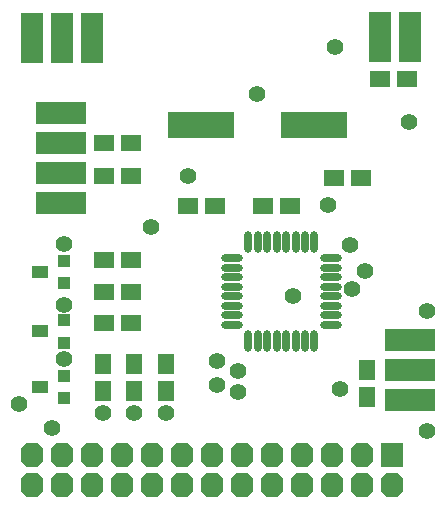
<source format=gts>
G04 Layer_Color=8388736*
%FSLAX44Y44*%
%MOMM*%
G71*
G01*
G75*
%ADD33R,1.7272X1.4732*%
%ADD34O,1.8532X0.6032*%
%ADD35O,0.6032X1.8532*%
%ADD36R,1.4732X1.1176*%
%ADD37R,1.1176X1.1176*%
%ADD38R,5.7032X2.2032*%
%ADD39R,1.4732X1.7272*%
%ADD40R,4.2032X1.9032*%
%ADD41R,1.9032X4.2032*%
G04:AMPARAMS|DCode=42|XSize=1.9032mm|YSize=2.0032mm|CornerRadius=0mm|HoleSize=0mm|Usage=FLASHONLY|Rotation=180.000|XOffset=0mm|YOffset=0mm|HoleType=Round|Shape=Octagon|*
%AMOCTAGOND42*
4,1,8,0.4758,-1.0016,-0.4758,-1.0016,-0.9516,-0.5258,-0.9516,0.5258,-0.4758,1.0016,0.4758,1.0016,0.9516,0.5258,0.9516,-0.5258,0.4758,-1.0016,0.0*
%
%ADD42OCTAGOND42*%

%ADD43R,1.9032X2.0032*%
%ADD44C,1.4032*%
D33*
X1488440Y1090930D02*
D03*
X1465580D02*
D03*
X1254760Y1036320D02*
D03*
X1231900D02*
D03*
X1254760Y1008380D02*
D03*
X1231900D02*
D03*
X1426210Y1007110D02*
D03*
X1449070D02*
D03*
X1325880Y982980D02*
D03*
X1303020D02*
D03*
X1366520D02*
D03*
X1389380D02*
D03*
X1231900Y883920D02*
D03*
X1254760D02*
D03*
X1231900Y910590D02*
D03*
X1254760D02*
D03*
X1231900Y937260D02*
D03*
X1254760D02*
D03*
D34*
X1423760Y938590D02*
D03*
Y930590D02*
D03*
Y922590D02*
D03*
Y914590D02*
D03*
Y906590D02*
D03*
Y898590D02*
D03*
Y890590D02*
D03*
Y882590D02*
D03*
X1339760D02*
D03*
Y890590D02*
D03*
Y898590D02*
D03*
Y906590D02*
D03*
Y914590D02*
D03*
Y922590D02*
D03*
Y930590D02*
D03*
Y938590D02*
D03*
D35*
X1409760Y868590D02*
D03*
X1401760D02*
D03*
X1393760D02*
D03*
X1385760D02*
D03*
X1377760D02*
D03*
X1369760D02*
D03*
X1361760D02*
D03*
X1353760D02*
D03*
Y952590D02*
D03*
X1361760D02*
D03*
X1369760D02*
D03*
X1377760D02*
D03*
X1385760D02*
D03*
X1393760D02*
D03*
X1401760D02*
D03*
X1409760D02*
D03*
D36*
X1177290Y830072D02*
D03*
Y877062D02*
D03*
Y927100D02*
D03*
D37*
X1197610Y839470D02*
D03*
Y820420D02*
D03*
Y886460D02*
D03*
Y867410D02*
D03*
Y936498D02*
D03*
Y917448D02*
D03*
D38*
X1408940Y1051560D02*
D03*
X1313940D02*
D03*
D39*
X1283970Y826770D02*
D03*
Y849630D02*
D03*
X1257300Y826770D02*
D03*
Y849630D02*
D03*
X1230630Y826770D02*
D03*
Y849630D02*
D03*
X1454150Y821690D02*
D03*
Y844550D02*
D03*
D40*
X1195070Y1061720D02*
D03*
Y1036320D02*
D03*
Y1010920D02*
D03*
Y985520D02*
D03*
X1490980Y869950D02*
D03*
Y844550D02*
D03*
Y819150D02*
D03*
D41*
X1170940Y1125220D02*
D03*
X1196340D02*
D03*
X1221740D02*
D03*
X1465580Y1126490D02*
D03*
X1490980D02*
D03*
D42*
X1170940Y746760D02*
D03*
Y772160D02*
D03*
X1196340Y746760D02*
D03*
Y772160D02*
D03*
X1221740Y746760D02*
D03*
Y772160D02*
D03*
X1247140Y746760D02*
D03*
Y772160D02*
D03*
X1272540Y746760D02*
D03*
Y772160D02*
D03*
X1297940Y746760D02*
D03*
Y772160D02*
D03*
X1323340Y746760D02*
D03*
Y772160D02*
D03*
X1348740Y746760D02*
D03*
Y772160D02*
D03*
X1374140Y746760D02*
D03*
Y772160D02*
D03*
X1399540Y746760D02*
D03*
Y772160D02*
D03*
X1424940Y746760D02*
D03*
Y772160D02*
D03*
X1450340Y746760D02*
D03*
Y772160D02*
D03*
X1475740Y746760D02*
D03*
D43*
Y772160D02*
D03*
D44*
X1159510Y815340D02*
D03*
X1327150Y831850D02*
D03*
Y852170D02*
D03*
X1197610Y853440D02*
D03*
X1391920Y906780D02*
D03*
X1197610Y899160D02*
D03*
X1489710Y1054100D02*
D03*
X1421130Y984250D02*
D03*
X1440180Y949960D02*
D03*
X1441450Y913130D02*
D03*
X1452880Y928370D02*
D03*
X1230630Y807720D02*
D03*
X1257300D02*
D03*
X1283970D02*
D03*
X1303020Y1008380D02*
D03*
X1197610Y951230D02*
D03*
X1344930Y843280D02*
D03*
X1431290Y828040D02*
D03*
X1504950Y792480D02*
D03*
X1361440Y1078230D02*
D03*
X1344930Y825500D02*
D03*
X1271270Y965200D02*
D03*
X1427480Y1117600D02*
D03*
X1504950Y894080D02*
D03*
X1187450Y795020D02*
D03*
M02*

</source>
